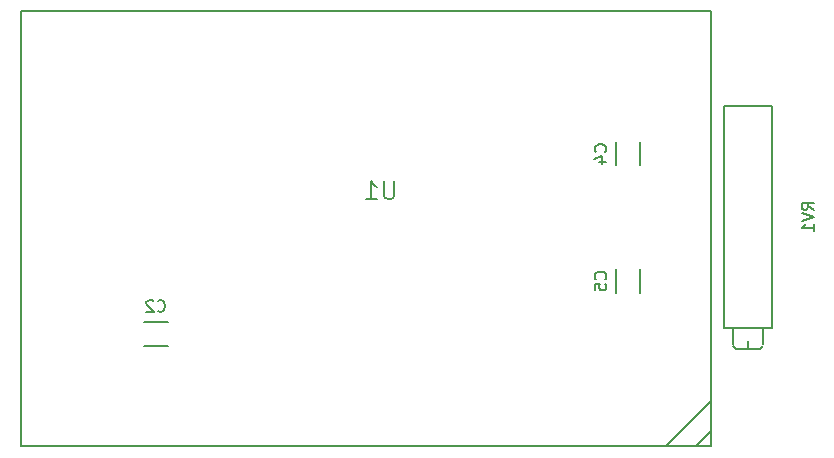
<source format=gbr>
G04 #@! TF.FileFunction,Legend,Bot*
%FSLAX46Y46*%
G04 Gerber Fmt 4.6, Leading zero omitted, Abs format (unit mm)*
G04 Created by KiCad (PCBNEW (2015-05-27 BZR 5686)-product) date 2015年05月29日 星期五 17时45分10秒*
%MOMM*%
G01*
G04 APERTURE LIST*
%ADD10C,0.100000*%
%ADD11C,0.150000*%
G04 APERTURE END LIST*
D10*
D11*
X139970000Y-121530000D02*
X141970000Y-121530000D01*
X141970000Y-123580000D02*
X139970000Y-123580000D01*
X179950000Y-108315000D02*
X179950000Y-106315000D01*
X182000000Y-106315000D02*
X182000000Y-108315000D01*
X179950000Y-119110000D02*
X179950000Y-117110000D01*
X182000000Y-117110000D02*
X182000000Y-119110000D01*
X192405000Y-123571000D02*
X192151000Y-123825000D01*
X192151000Y-123825000D02*
X191135000Y-123825000D01*
X191135000Y-123825000D02*
X190119000Y-123825000D01*
X190119000Y-123825000D02*
X189865000Y-123571000D01*
X192405000Y-122174000D02*
X192405000Y-123444000D01*
X189865000Y-122174000D02*
X189865000Y-123444000D01*
X191135000Y-123698000D02*
X191135000Y-123190000D01*
X189103000Y-122047000D02*
X193167000Y-122047000D01*
X189103000Y-103251000D02*
X193167000Y-103251000D01*
X189103000Y-122047000D02*
X189103000Y-103251000D01*
X193167000Y-103251000D02*
X193167000Y-122047000D01*
X186690000Y-132080000D02*
X187960000Y-130810000D01*
X184150000Y-132080000D02*
X187960000Y-128270000D01*
X129540000Y-132080000D02*
X187960000Y-132080000D01*
X187960000Y-132080000D02*
X187960000Y-95250000D01*
X187960000Y-95250000D02*
X129540000Y-95250000D01*
X129540000Y-95250000D02*
X129540000Y-132080000D01*
X141136666Y-120612143D02*
X141184285Y-120659762D01*
X141327142Y-120707381D01*
X141422380Y-120707381D01*
X141565238Y-120659762D01*
X141660476Y-120564524D01*
X141708095Y-120469286D01*
X141755714Y-120278810D01*
X141755714Y-120135952D01*
X141708095Y-119945476D01*
X141660476Y-119850238D01*
X141565238Y-119755000D01*
X141422380Y-119707381D01*
X141327142Y-119707381D01*
X141184285Y-119755000D01*
X141136666Y-119802619D01*
X140755714Y-119802619D02*
X140708095Y-119755000D01*
X140612857Y-119707381D01*
X140374761Y-119707381D01*
X140279523Y-119755000D01*
X140231904Y-119802619D01*
X140184285Y-119897857D01*
X140184285Y-119993095D01*
X140231904Y-120135952D01*
X140803333Y-120707381D01*
X140184285Y-120707381D01*
X179032143Y-107148334D02*
X179079762Y-107100715D01*
X179127381Y-106957858D01*
X179127381Y-106862620D01*
X179079762Y-106719762D01*
X178984524Y-106624524D01*
X178889286Y-106576905D01*
X178698810Y-106529286D01*
X178555952Y-106529286D01*
X178365476Y-106576905D01*
X178270238Y-106624524D01*
X178175000Y-106719762D01*
X178127381Y-106862620D01*
X178127381Y-106957858D01*
X178175000Y-107100715D01*
X178222619Y-107148334D01*
X178460714Y-108005477D02*
X179127381Y-108005477D01*
X178079762Y-107767381D02*
X178794048Y-107529286D01*
X178794048Y-108148334D01*
X179032143Y-117943334D02*
X179079762Y-117895715D01*
X179127381Y-117752858D01*
X179127381Y-117657620D01*
X179079762Y-117514762D01*
X178984524Y-117419524D01*
X178889286Y-117371905D01*
X178698810Y-117324286D01*
X178555952Y-117324286D01*
X178365476Y-117371905D01*
X178270238Y-117419524D01*
X178175000Y-117514762D01*
X178127381Y-117657620D01*
X178127381Y-117752858D01*
X178175000Y-117895715D01*
X178222619Y-117943334D01*
X178127381Y-118848096D02*
X178127381Y-118371905D01*
X178603571Y-118324286D01*
X178555952Y-118371905D01*
X178508333Y-118467143D01*
X178508333Y-118705239D01*
X178555952Y-118800477D01*
X178603571Y-118848096D01*
X178698810Y-118895715D01*
X178936905Y-118895715D01*
X179032143Y-118848096D01*
X179079762Y-118800477D01*
X179127381Y-118705239D01*
X179127381Y-118467143D01*
X179079762Y-118371905D01*
X179032143Y-118324286D01*
X196667381Y-112053762D02*
X196191190Y-111720428D01*
X196667381Y-111482333D02*
X195667381Y-111482333D01*
X195667381Y-111863286D01*
X195715000Y-111958524D01*
X195762619Y-112006143D01*
X195857857Y-112053762D01*
X196000714Y-112053762D01*
X196095952Y-112006143D01*
X196143571Y-111958524D01*
X196191190Y-111863286D01*
X196191190Y-111482333D01*
X195667381Y-112339476D02*
X196667381Y-112672809D01*
X195667381Y-113006143D01*
X196667381Y-113863286D02*
X196667381Y-113291857D01*
X196667381Y-113577571D02*
X195667381Y-113577571D01*
X195810238Y-113482333D01*
X195905476Y-113387095D01*
X195953095Y-113291857D01*
X161162857Y-109668571D02*
X161162857Y-110882857D01*
X161091429Y-111025714D01*
X161020000Y-111097143D01*
X160877143Y-111168571D01*
X160591429Y-111168571D01*
X160448571Y-111097143D01*
X160377143Y-111025714D01*
X160305714Y-110882857D01*
X160305714Y-109668571D01*
X158805714Y-111168571D02*
X159662857Y-111168571D01*
X159234285Y-111168571D02*
X159234285Y-109668571D01*
X159377142Y-109882857D01*
X159520000Y-110025714D01*
X159662857Y-110097143D01*
M02*

</source>
